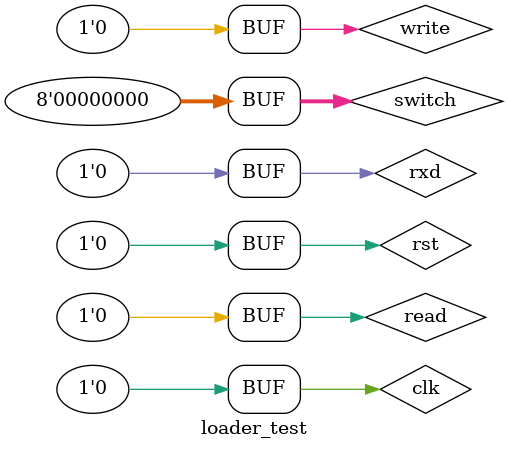
<source format=v>
`timescale 1ns / 1ps


module loader_test;

	// Inputs
	reg [7:0] switch;
	reg write;
	reg read;
	reg clk;
	reg rst;
	reg rxd;

	// Outputs
	wire [7:0] LED_out;
	wire [5:0] LED_ctrl;
	wire [18:0] addr2sram;
	wire cs;
	wire we;
	wire oe;
	wire ub;
	wire lb;
	wire enable;

	// Bidirs
	wire [15:0] data_sram;

	// Instantiate the Unit Under Test (UUT)
	SRAM_loader uut (
		.switch(switch), 
		.LED_out(LED_out), 
		.LED_ctrl(LED_ctrl), 
		.write(write), 
		.read(read), 
		.clk(clk), 
		.data_sram(data_sram), 
		.addr2sram(addr2sram), 
		.cs(cs), 
		.we(we), 
		.oe(oe), 
		.ub(ub), 
		.lb(lb), 
		.rst(rst), 
		.rxd(rxd), 
		.enable(enable)
	);
	
	always begin
		clk = 1;
		#0.5;
		clk = 0;
		#0.5;
	end

	initial begin
		// Initialize Inputs
		switch = 0;
		write = 0;
		read = 0;
		clk = 0;
		rst = 0;
		rxd = 0;

		// Wait 100 ns for global reset to finish
		#100;
        
		// Add stimulus here

	end
      
endmodule


</source>
